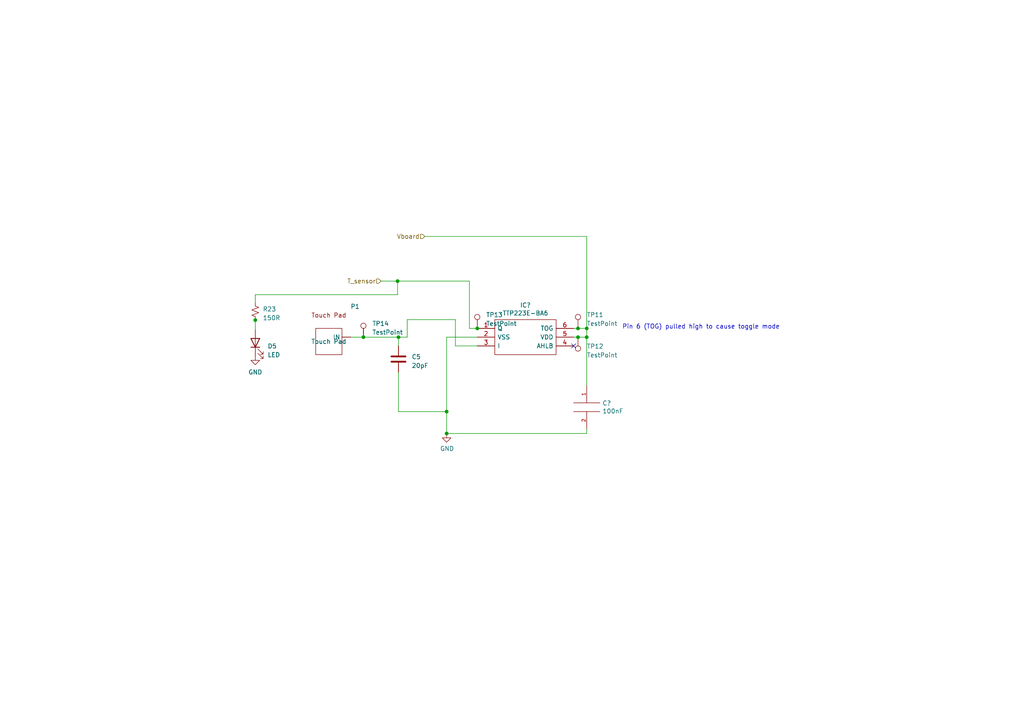
<source format=kicad_sch>
(kicad_sch (version 20230121) (generator eeschema)
  (paper "A4")
  (title_block (title "Digital Sensor") (date "2023-03-04") (rev "Rev 1") (company "UCT") (comment 1 "EEE3088F"))
  (lib_symbols
    (symbol "Connector:TestPoint" (pin_numbers hide) (pin_names (offset 0.762) hide)
      (property "Reference" "TP" (at 0 6.858 0))
      (property "Value" "TestPoint" (at 0 5.08 0))
      (symbol "TestPoint_0_1"
        (circle (center 0 3.302) (radius 0.762))
      )
      (symbol "TestPoint_1_1"
        (pin passive line (at 0 0 90) (length 2.54) (name "1") (number "1"))
      )
    )
    (symbol "Device:C" (pin_numbers hide) (pin_names (offset 0.254))
      (property "Reference" "C" (at 0.635 2.54 0))
      (property "Value" "C" (at 0.635 -2.54 0))
      (symbol "C_0_1"
        (polyline (pts (xy -2.032 -0.762) (xy 2.032 -0.762)) (stroke (width 0.508)))
        (polyline (pts (xy -2.032 0.762) (xy 2.032 0.762)) (stroke (width 0.508)))
      )
      (symbol "C_1_1"
        (pin passive line (at 0 3.81 270) (length 2.794) (name "~") (number "1"))
        (pin passive line (at 0 -3.81 90) (length 2.794) (name "~") (number "2"))
      )
    )
    (symbol "Device:LED" (pin_numbers hide) (pin_names (offset 1.016) hide)
      (property "Reference" "D" (at 0 2.54 0))
      (property "Value" "LED" (at 0 -2.54 0))
      (symbol "LED_0_1"
        (polyline (pts (xy -1.27 -1.27) (xy -1.27 1.27)) (stroke (width 0.254)))
        (polyline (pts (xy -1.27 0) (xy 1.27 0)))
        (polyline (pts (xy 1.27 -1.27) (xy 1.27 1.27) (xy -1.27 0) (xy 1.27 -1.27)) (stroke (width 0.254)))
        (polyline (pts (xy -3.048 -0.762) (xy -4.572 -2.286) (xy -3.81 -2.286) (xy -4.572 -2.286) (xy -4.572 -1.524)))
        (polyline (pts (xy -1.778 -0.762) (xy -3.302 -2.286) (xy -2.54 -2.286) (xy -3.302 -2.286) (xy -3.302 -1.524)))
      )
      (symbol "LED_1_1"
        (pin passive line (at -3.81 0 0) (length 2.54) (name "K") (number "1"))
        (pin passive line (at 3.81 0 180) (length 2.54) (name "A") (number "2"))
      )
    )
    (symbol "Device:R_Small_US" (pin_numbers hide) (pin_names (offset 0.254) hide)
      (property "Reference" "R" (at 0.762 0.508 0))
      (property "Value" "R_Small_US" (at 0.762 -1.016 0))
      (symbol "R_Small_US_1_1"
        (polyline (pts (xy 0 0) (xy 1.016 -0.381) (xy 0 -0.762) (xy -1.016 -1.143) (xy 0 -1.524)))
        (polyline (pts (xy 0 1.524) (xy 1.016 1.143) (xy 0 0.762) (xy -1.016 0.381) (xy 0 0)))
        (pin passive line (at 0 2.54 270) (length 1.016) (name "~") (number "1"))
        (pin passive line (at 0 -2.54 90) (length 1.016) (name "~") (number "2"))
      )
    )
    (symbol "Sensors-rescue:CAP-pspice" (pin_names (offset 0.254))
      (property "Reference" "C" (at 2.54 3.81 90))
      (property "Value" "pspice_CAP" (at 2.54 -3.81 90))
      (symbol "CAP-pspice_0_1"
        (polyline (pts (xy -3.81 -1.27) (xy 3.81 -1.27)))
        (polyline (pts (xy -3.81 1.27) (xy 3.81 1.27)))
      )
      (symbol "CAP-pspice_1_1"
        (pin passive line (at 0 6.35 270) (length 5.08) (name "~") (number "1"))
        (pin passive line (at 0 -6.35 90) (length 5.08) (name "~") (number "2"))
      )
    )
    (symbol "Sensors-rescue:TTP223E-BA6-TTP223E-BA6" (pin_names (offset 0.762))
      (property "Reference" "IC" (at 24.13 7.62 0))
      (property "Value" "TTP223E-BA6_TTP223E-BA6" (at 24.13 5.08 0))
      (symbol "TTP223E-BA6-TTP223E-BA6_0_0"
        (pin passive line (at 0 0 0) (length 5.08) (name "Q") (number "1"))
        (pin passive line (at 0 -2.54 0) (length 5.08) (name "VSS") (number "2"))
        (pin passive line (at 0 -5.08 0) (length 5.08) (name "I") (number "3"))
        (pin passive line (at 27.94 -5.08 180) (length 5.08) (name "AHLB") (number "4"))
        (pin passive line (at 27.94 -2.54 180) (length 5.08) (name "VDD") (number "5"))
        (pin passive line (at 27.94 0 180) (length 5.08) (name "TOG") (number "6"))
      )
      (symbol "TTP223E-BA6-TTP223E-BA6_0_1"
        (polyline (pts (xy 5.08 2.54) (xy 22.86 2.54) (xy 22.86 -7.62) (xy 5.08 -7.62) (xy 5.08 2.54)) (stroke (width 0.1524)))
      )
    )
    (symbol "UCT:TouchPad"
      (property "Reference" "P" (at 0 5.08 0))
      (symbol "TouchPad_1_1"
        (rectangle (start -3.81 3.81) (end 3.81 -3.81))
        (rectangle (start 20.32 -20.32) (end 20.32 -20.32))
        (text "Touch Pad\n" (at 0 7.62 0) (effects (font (size 1.27 1.27))))
        (pin input line (at 6.35 1.27 180) (length 2.54) (name "IN") (number ""))
      )
    )
    (symbol "power:GND" (power) (pin_names (offset 0))
      (property "Value" "GND" (at 0 -3.81 0))
      (symbol "GND_0_1"
        (polyline (pts (xy 0 0) (xy 0 -1.27) (xy 1.27 -1.27) (xy 0 -2.54) (xy -1.27 -1.27) (xy 0 -1.27)))
      )
      (symbol "GND_1_1"
        (pin power_in line (at 0 0 270) (length 0) hide (name "GND") (number "1"))
      )
    )
  )
  (junction (at 170.18 97.79))
  (junction (at 105.41 97.79))
  (junction (at 167.64 97.79))
  (junction (at 115.57 97.79))
  (junction (at 74.041 92.837))
  (junction (at 129.54 119.38))
  (junction (at 138.43 95.25))
  (junction (at 170.18 95.25))
  (junction (at 115.316 81.534))
  (junction (at 129.54 125.73))
  (junction (at 167.64 95.25))
  (no_connect (at 166.37 100.33))
  (wire (pts (xy 105.41 97.79) (xy 115.57 97.79)))
  (wire (pts (xy 129.54 97.79) (xy 129.54 119.38)))
  (wire (pts (xy 136.144 95.25) (xy 138.43 95.25)))
  (wire (pts (xy 167.64 95.25) (xy 166.37 95.25)))
  (wire (pts (xy 115.316 81.534) (xy 115.316 85.471)))
  (wire (pts (xy 101.727 97.79) (xy 105.41 97.79)))
  (wire (pts (xy 74.041 92.837) (xy 74.041 95.631)))
  (wire (pts (xy 115.57 97.79) (xy 118.11 97.79)))
  (wire (pts (xy 170.18 125.73) (xy 170.18 124.46)))
  (wire (pts (xy 138.43 100.33) (xy 132.08 100.33)))
  (wire (pts (xy 123.19 68.58) (xy 170.18 68.58)))
  (wire (pts (xy 170.18 95.25) (xy 170.18 97.79)))
  (wire (pts (xy 129.54 125.73) (xy 170.18 125.73)))
  (wire (pts (xy 170.18 68.58) (xy 170.18 95.25)))
  (wire (pts (xy 110.49 81.534) (xy 115.316 81.534)))
  (wire (pts (xy 167.64 97.79) (xy 170.18 97.79)))
  (wire (pts (xy 115.57 107.95) (xy 115.57 119.38)))
  (wire (pts (xy 166.37 97.79) (xy 167.64 97.79)))
  (wire (pts (xy 115.316 81.534) (xy 136.144 81.534)))
  (wire (pts (xy 170.18 111.76) (xy 170.18 97.79)))
  (wire (pts (xy 132.08 100.33) (xy 132.08 92.71)))
  (wire (pts (xy 115.57 100.33) (xy 115.57 97.79)))
  (wire (pts (xy 74.041 92.71) (xy 74.041 92.837)))
  (wire (pts (xy 129.54 119.38) (xy 129.54 125.73)))
  (wire (pts (xy 118.11 92.71) (xy 132.08 92.71)))
  (wire (pts (xy 136.144 81.534) (xy 136.144 95.25)))
  (wire (pts (xy 138.43 97.79) (xy 129.54 97.79)))
  (wire (pts (xy 118.11 92.71) (xy 118.11 97.79)))
  (wire (pts (xy 115.57 119.38) (xy 129.54 119.38)))
  (wire (pts (xy 74.041 85.471) (xy 74.041 87.757)))
  (wire (pts (xy 170.18 95.25) (xy 167.64 95.25)))
  (wire (pts (xy 115.316 85.471) (xy 74.041 85.471)))
  (text "Pin 6 (TOG) pulled high to cause toggle mode\n" (at 180.467 95.631 0) (effects (font (size 1.27 1.27)) (justify left bottom)))
  (hierarchical_label "T_sensor" (shape input) (at 110.49 81.534 180))
  (hierarchical_label "Vboard" (shape input) (at 123.19 68.58 180))
  (symbol (lib_id "Sensors-rescue:TTP223E-BA6-TTP223E-BA6") (at 138.43 95.25 0) (unit 1)
    (property "Reference" "IC?" (at 152.4 88.519 0))
    (property "Value" "TTP223E-BA6" (at 152.4 90.8304 0))
    (property "Footprint" "Package_TO_SOT_SMD:SOT-23-6" (effects hide))
    (property "Datasheet" "https://datasheet.lcsc.com/szlcsc/1810251711_Tontek-Design-Tech-TTP223E-BA6_C129457.pdf" (effects hide))
    (property "Description" "SOT-23-6 Touch Screen Controller ICs" (effects hide))
    (property "Height" "1.26" (effects hide))
    (property "Manufacturer_Name" "Sam&wing" (effects hide))
    (property "Manufacturer_Part_Number" "223" (effects hide))
    (property "Price" "0.1" (effects hide))
    (property "JLCPCB Part #" "C1693666" (effects hide))
    (property "Price ( 1 board)" "0.1" (effects hide))
    (property "Price (5 boards)" "0.5" (effects hide))
    (property "Populate" "Yes" (effects hide))
    (instances (project "Sensors" (path "" (reference "IC?") (unit 1)) (path "" (reference "IC?") (unit 1))) (project "FullSchematic" (path "" (reference "IC1") (unit 1))))
  )
  (symbol (lib_id "Sensors-rescue:CAP-pspice") (at 170.18 118.11 0) (unit 1)
    (property "Reference" "C?" (at 174.7012 116.9416 0) (effects (justify left)))
    (property "Value" "100nF" (at 174.7012 119.253 0) (effects (justify left)))
    (property "Footprint" "Capacitor_SMD:C_1206_3216Metric" (effects hide))
    (property "Price" "0.08" (effects hide))
    (property "Price ( 1 board)" "0.32" (effects hide))
    (property "Price (5 boards)" "1.6" (effects hide))
    (property "JLCPCB Part #" "C24497" (effects hide))
    (property "Populate" "Yes" (effects hide))
    (instances (project "Sensors" (path "" (reference "C?") (unit 1))) (project "FullSchematic" (path "" (reference "C13") (unit 1))))
  )
  (symbol (lib_id "power:GND") (at 129.54 125.73 0) (unit 1)
    (property "Reference" "#PWR?" (effects hide))
    (property "Value" "GND" (at 129.667 130.1242 0))
    (instances (project "Sensors" (path "" (reference "#PWR?") (unit 1))) (project "FullSchematic" (path "" (reference "#PWR0106") (unit 1))))
  )
  (symbol (lib_id "Device:C") (at 115.57 104.14 0) (unit 1)
    (property "Reference" "C5" (at 119.38 103.505 0) (effects (justify left)))
    (property "Value" "20pF" (at 119.38 106.045 0) (effects (justify left)))
    (property "Footprint" "Capacitor_SMD:C_0805_2012Metric" (effects hide))
    (property "JLCPCB Part #" "C1798" (effects hide))
    (property "Price" "0.08" (effects hide))
    (property "Price ( 1 board)" "0.08" (effects hide))
    (property "Populate" "Yes" (effects hide))
    (property "Price (5 boards)" "0.4" (effects hide))
  )
  (symbol (lib_id "power:GND") (at 74.041 103.251 0) (unit 1)
    (property "Reference" "#PWR019" (effects hide))
    (property "Value" "GND" (at 74.041 107.95 0))
  )
  (symbol (lib_id "Connector:TestPoint") (at 105.41 97.79 0) (unit 1)
    (property "Reference" "TP14" (at 107.95 93.853 0) (effects (justify left)))
    (property "Value" "TestPoint" (at 107.95 96.393 0) (effects (justify left)))
    (property "Footprint" "TestPoint:TestPoint_Pad_D2.0mm" (effects hide))
    (property "Price" "$0" (effects hide))
    (property "Price ( 1 board)" "0" (effects hide))
    (property "Price (5 boards)" "0" (effects hide))
  )
  (symbol (lib_id "Connector:TestPoint") (at 167.64 97.79 180) (unit 1)
    (property "Reference" "TP12" (at 170.18 100.457 0) (effects (justify right)))
    (property "Value" "TestPoint" (at 170.18 102.997 0) (effects (justify right)))
    (property "Footprint" "TestPoint:TestPoint_Pad_D2.0mm" (effects hide))
    (property "Price" "$0" (effects hide))
    (property "Price ( 1 board)" "0" (effects hide))
    (property "Price (5 boards)" "0" (effects hide))
  )
  (symbol (lib_id "Connector:TestPoint") (at 138.43 95.25 0) (unit 1)
    (property "Reference" "TP13" (at 140.97 91.313 0) (effects (justify left)))
    (property "Value" "TestPoint" (at 140.97 93.853 0) (effects (justify left)))
    (property "Footprint" "TestPoint:TestPoint_Pad_D2.0mm" (effects hide))
    (property "Price" "$0" (effects hide))
    (property "Price ( 1 board)" "0" (effects hide))
    (property "Price (5 boards)" "0" (effects hide))
  )
  (symbol (lib_id "Connector:TestPoint") (at 167.64 95.25 0) (unit 1)
    (property "Reference" "TP11" (at 170.18 91.313 0) (effects (justify left)))
    (property "Value" "TestPoint" (at 170.18 93.853 0) (effects (justify left)))
    (property "Footprint" "TestPoint:TestPoint_Pad_D2.0mm" (effects hide))
    (property "Price" "$0" (effects hide))
    (property "Price ( 1 board)" "0" (effects hide))
    (property "Price (5 boards)" "0" (effects hide))
  )
  (symbol (lib_id "Device:R_Small_US") (at 74.041 90.297 0) (unit 1)
    (property "Reference" "R23" (at 76.2 89.662 0) (effects (justify left)))
    (property "Value" "150R" (at 76.2 92.202 0) (effects (justify left)))
    (property "Footprint" "Resistor_SMD:R_0201_0603Metric" (effects hide))
    (property "JLCPCB Part #" "C22808" (effects hide))
    (property "Populate" "Yes" (effects hide))
    (property "Price" "0.01" (effects hide))
    (property "Price ( 1 board)" "0.01" (effects hide))
    (property "Price (5 boards)" "0.05" (effects hide))
  )
  (symbol (lib_id "Device:LED") (at 74.041 99.441 90) (unit 1)
    (property "Reference" "D5" (at 77.597 100.3935 90) (effects (justify right)))
    (property "Value" "LED" (at 77.597 102.9335 90) (effects (justify right)))
    (property "Footprint" "LED_SMD:LED_0805_2012Metric" (effects hide))
    (property "JLCPCB Part #" "C2296" (effects hide))
    (property "Price" "0.0212" (effects hide))
    (property "Price ( 1 board)" "0.0212" (effects hide))
    (property "Price (5 boards)" "0.106" (effects hide))
    (property "Populate" "Yes" (effects hide))
  )
  (symbol (lib_id "UCT:TouchPad") (at 95.377 99.06 0) (unit 1)
    (property "Reference" "P1" (at 102.9915 88.9 0))
    (property "Value" "Touch Pad" (at 95.377 99.06 0))
    (property "Footprint" "Library:Touch Pad" (effects hide))
    (property "Price" "0" (effects hide))
    (property "Price ( 1 board)" "0" (effects hide))
    (property "Price (5 boards)" "0" (effects hide))
  )
)
</source>
